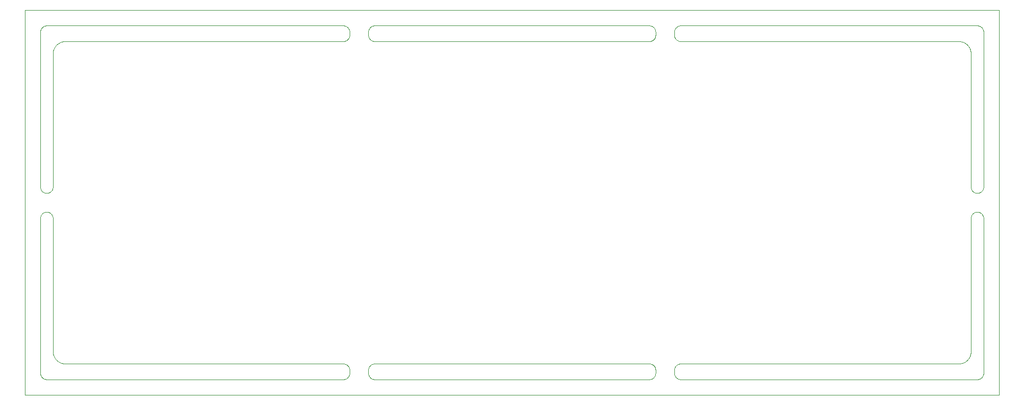
<source format=gbr>
%TF.GenerationSoftware,KiCad,Pcbnew,7.0.9*%
%TF.CreationDate,2024-12-06T21:36:12-05:00*%
%TF.ProjectId,panel,70616e65-6c2e-46b6-9963-61645f706362,rev?*%
%TF.SameCoordinates,Original*%
%TF.FileFunction,Profile,NP*%
%FSLAX46Y46*%
G04 Gerber Fmt 4.6, Leading zero omitted, Abs format (unit mm)*
G04 Created by KiCad (PCBNEW 7.0.9) date 2024-12-06 21:36:12*
%MOMM*%
%LPD*%
G01*
G04 APERTURE LIST*
%TA.AperFunction,Profile*%
%ADD10C,0.100000*%
%TD*%
G04 APERTURE END LIST*
D10*
X73959714Y-52293059D02*
X74007019Y-52279968D01*
X125583333Y-77499999D02*
X125584537Y-77450931D01*
X126111936Y-22618078D02*
X126155777Y-22596010D01*
X73250000Y-48250000D02*
X73250000Y-23499999D01*
X74348018Y-52254815D02*
X74396731Y-52260823D01*
X73392271Y-48764103D02*
X73368078Y-48721397D01*
X171405843Y-77353268D02*
X171411851Y-77401981D01*
X220881958Y-25351501D02*
X220818505Y-25309682D01*
X175033982Y-76576120D02*
X175079776Y-76558455D01*
X73368078Y-52778602D02*
X73392271Y-52735896D01*
X221738138Y-74714903D02*
X221740700Y-74689704D01*
X223607728Y-48764103D02*
X223581469Y-48805570D01*
X219743666Y-25000000D02*
X175416665Y-25000000D01*
X171358210Y-23163109D02*
X171373607Y-23209714D01*
X220550223Y-76332626D02*
X220619276Y-76300898D01*
X223086890Y-52308455D02*
X223132684Y-52326120D01*
X223523010Y-22865606D02*
X223553207Y-22904300D01*
X174534745Y-78471397D02*
X174512677Y-78427555D01*
X74921559Y-48990951D02*
X74884393Y-49023010D01*
X171298588Y-77028602D02*
X171320656Y-77072444D01*
X73778602Y-78881921D02*
X73735896Y-78857728D01*
X74990951Y-48921559D02*
X74957107Y-48957107D01*
X222554908Y-49230785D02*
X222507019Y-49220031D01*
X223040285Y-22543059D02*
X223086890Y-22558455D01*
X223653989Y-52822444D02*
X223673879Y-52867315D01*
X75245184Y-53151981D02*
X75248795Y-53200931D01*
X175269935Y-22510823D02*
X175318648Y-22504815D01*
X220818505Y-25309682D02*
X220797010Y-25296284D01*
X171320656Y-78427555D02*
X171298588Y-78471397D01*
X122010888Y-76596010D02*
X122054730Y-76618078D01*
X220432623Y-25120398D02*
X220360713Y-25095818D01*
X220797010Y-25296284D02*
X220731521Y-25257733D01*
X222367315Y-49173879D02*
X222322444Y-49153989D01*
X122441062Y-22985896D02*
X122465254Y-23028602D01*
X171012366Y-78803207D02*
X170972237Y-78831469D01*
X222009048Y-52578440D02*
X222042892Y-52542892D01*
X222194429Y-52418530D02*
X222235896Y-52392271D01*
X223384393Y-52476989D02*
X223421559Y-52509048D01*
X76202989Y-76203715D02*
X76268478Y-76242266D01*
X125876226Y-24707107D02*
X125842381Y-24671559D01*
X221661763Y-26413453D02*
X221654181Y-26389286D01*
X73694429Y-78831469D02*
X73654300Y-78803207D01*
X75191544Y-52913109D02*
X75206940Y-52959714D01*
X126436602Y-78989176D02*
X126388242Y-78980785D01*
X220902747Y-76134028D02*
X220964000Y-76089049D01*
X122290440Y-76792892D02*
X122324284Y-76828440D01*
X122324284Y-22828440D02*
X122356344Y-22865606D01*
X76290624Y-76254558D02*
X76357982Y-76289743D01*
X73293059Y-52959714D02*
X73308455Y-52913109D01*
X170888063Y-78881921D02*
X170844222Y-78903989D01*
X74007019Y-49220031D02*
X73959714Y-49206940D01*
X221769214Y-53054908D02*
X221779968Y-53007019D01*
X73654300Y-78803207D02*
X73615606Y-78773010D01*
X222278602Y-52368078D02*
X222322444Y-52346010D01*
X125911774Y-24740951D02*
X125876226Y-24707107D01*
X75053207Y-52654300D02*
X75081469Y-52694429D01*
X223221397Y-49131921D02*
X223177555Y-49153989D01*
X223739176Y-53103268D02*
X223745184Y-53151981D01*
X223653989Y-23072444D02*
X223673879Y-23117315D01*
X223706940Y-52959714D02*
X223720031Y-53007019D01*
X73778602Y-52368078D02*
X73822444Y-52346010D01*
X174585196Y-22944429D02*
X174613458Y-22904300D01*
X122524877Y-78336890D02*
X122507212Y-78382684D01*
X220902747Y-25365971D02*
X220881958Y-25351501D01*
X220642017Y-25210256D02*
X220619276Y-25199101D01*
X175367598Y-76501204D02*
X175416665Y-76500000D01*
X175367598Y-22501204D02*
X175416665Y-22500000D01*
X223177555Y-78903989D02*
X223132684Y-78923879D01*
X75288705Y-26609872D02*
X75275298Y-26684674D01*
X75546284Y-25952989D02*
X75507733Y-26018478D01*
X125659453Y-24382684D02*
X125641789Y-24336890D01*
X75863108Y-75940627D02*
X75881466Y-75958078D01*
X73308455Y-23163109D02*
X73326120Y-23117315D01*
X122054730Y-22618078D02*
X122097436Y-22642271D01*
X121966017Y-22576120D02*
X122010888Y-22596010D01*
X171189677Y-22865606D02*
X171219874Y-22904300D01*
X75259299Y-26810295D02*
X75253528Y-26886069D01*
X221440317Y-25931494D02*
X221398498Y-25868041D01*
X223040285Y-52293059D02*
X223086890Y-52308455D01*
X125948939Y-76726989D02*
X125987633Y-76696792D01*
X122179033Y-24803207D02*
X122138904Y-24831469D01*
X73778602Y-49131921D02*
X73735896Y-49107728D01*
X126069230Y-78857728D02*
X126027762Y-78831469D01*
X170416667Y-22500000D02*
X170465735Y-22501204D01*
X70762272Y-81500000D02*
X226237727Y-81500000D01*
X74805570Y-52418530D02*
X74845699Y-52446792D01*
X170465735Y-78998795D02*
X170416667Y-79000000D01*
X74540285Y-52293059D02*
X74586890Y-52308455D01*
X73279968Y-78242980D02*
X73269214Y-78195091D01*
X75253528Y-74613930D02*
X75259299Y-74689704D01*
X223706940Y-23209714D02*
X223720031Y-23257019D01*
X76357982Y-76289743D02*
X76380723Y-76300898D01*
X75345818Y-26389286D02*
X75338236Y-26413453D01*
X174421481Y-77401981D02*
X174427490Y-77353268D01*
X175079776Y-78941544D02*
X175033982Y-78923879D01*
X223720031Y-78242980D02*
X223706940Y-78290285D01*
X122324284Y-24671559D02*
X122290440Y-24707107D01*
X221661763Y-75086546D02*
X221682669Y-75013484D01*
X126027762Y-78831469D02*
X125987633Y-78803207D01*
X174417871Y-78049068D02*
X174416666Y-78000000D01*
X75248795Y-48299068D02*
X75245184Y-48348018D01*
X122507212Y-23117315D02*
X122524877Y-23163109D01*
X220709375Y-76254558D02*
X220731521Y-76242266D01*
X126583332Y-79000000D02*
X126534264Y-78998795D01*
X121730064Y-78989176D02*
X121681351Y-78995184D01*
X74632684Y-49173879D02*
X74586890Y-49191544D01*
X122524877Y-23163109D02*
X122540273Y-23209714D01*
X171405843Y-78146731D02*
X171397451Y-78195091D01*
X125584537Y-77450931D02*
X125588148Y-77401981D01*
X121583334Y-79000000D02*
X74249999Y-79000000D01*
X174421481Y-23401981D02*
X174427490Y-23353268D01*
X174417871Y-77450931D02*
X174421481Y-77401981D01*
X221118533Y-75958078D02*
X221136891Y-75940627D01*
X122564118Y-77304908D02*
X122572509Y-77353268D01*
X170930769Y-22642271D02*
X170972237Y-22668530D01*
X223745184Y-48348018D02*
X223739176Y-48396731D01*
X77256333Y-25000000D02*
X77243668Y-25000160D01*
X73509048Y-22828440D02*
X73542892Y-22792892D01*
X174459726Y-77209714D02*
X174475122Y-77163109D01*
X174492787Y-77117315D02*
X174512677Y-77072444D01*
X174745107Y-22759048D02*
X174782273Y-22726989D01*
X76097252Y-25365971D02*
X76035999Y-25410950D01*
X121826314Y-22529968D02*
X121873618Y-22543059D01*
X226249704Y-20000294D02*
X226237727Y-20000000D01*
X122578518Y-23401981D02*
X122582128Y-23450931D01*
X126155777Y-24903989D02*
X126111936Y-24881921D01*
X222896731Y-52260823D02*
X222945091Y-52269214D01*
X171274395Y-76985896D02*
X171298588Y-77028602D01*
X76859872Y-76461294D02*
X76934674Y-76474701D01*
X221868078Y-52778602D02*
X221892271Y-52735896D01*
X73509048Y-48921559D02*
X73476989Y-48884393D01*
X126200649Y-76576120D02*
X126246442Y-76558455D01*
X223653989Y-48677555D02*
X223631921Y-48721397D01*
X170844222Y-24903989D02*
X170799350Y-24923879D01*
X73542892Y-52542892D02*
X73578440Y-52509048D01*
X223730785Y-53054908D02*
X223739176Y-53103268D01*
X74249999Y-49250000D02*
X74200931Y-49248795D01*
X73735896Y-22642271D02*
X73778602Y-22618078D01*
X175367598Y-24998795D02*
X175318648Y-24995184D01*
X122217726Y-78773010D02*
X122179033Y-78803207D01*
X122487322Y-78427555D02*
X122465254Y-78471397D01*
X221754815Y-48348018D02*
X221751204Y-48299068D01*
X174492787Y-24382684D02*
X174475122Y-24336890D01*
X222992980Y-52279968D02*
X223040285Y-52293059D01*
X222749999Y-49250000D02*
X222700931Y-49248795D01*
X223748795Y-78049068D02*
X223745184Y-78098018D01*
X75250000Y-27006333D02*
X75250000Y-48250000D01*
X222078440Y-52509048D02*
X222115606Y-52476989D01*
X73418530Y-48805570D02*
X73392271Y-48764103D01*
X171405843Y-24146731D02*
X171397451Y-24195091D01*
X220731521Y-76242266D02*
X220797010Y-76203715D01*
X75507733Y-75481521D02*
X75546284Y-75547010D01*
X170753557Y-76558455D02*
X170799350Y-76576120D01*
X170799350Y-76576120D02*
X170844222Y-76596010D01*
X73542892Y-22792892D02*
X73578440Y-22759048D01*
X223706940Y-48540285D02*
X223691544Y-48586890D01*
X221749839Y-74506331D02*
X221749999Y-74493666D01*
X75379195Y-26293624D02*
X75370398Y-26317376D01*
X174745107Y-78740951D02*
X174709559Y-78707107D01*
X73368078Y-78471397D02*
X73346010Y-78427555D01*
X74445091Y-49230785D02*
X74396731Y-49239176D01*
X74921559Y-52509048D02*
X74957107Y-52542892D01*
X74957107Y-48957107D02*
X74921559Y-48990951D01*
X74103268Y-78989176D02*
X74054908Y-78980785D01*
X121920223Y-22558455D02*
X121966017Y-22576120D01*
X171012366Y-76696792D02*
X171051060Y-76726989D01*
X222459714Y-49206940D02*
X222413109Y-49191544D01*
X76639286Y-25095818D02*
X76567376Y-25120398D01*
X174558937Y-76985896D02*
X174585196Y-76944429D01*
X223607728Y-78514103D02*
X223581469Y-78555570D01*
X75559682Y-75568505D02*
X75601501Y-75631958D01*
X121826314Y-24970031D02*
X121778424Y-24980785D01*
X76357982Y-25210256D02*
X76290624Y-25245441D01*
X221118533Y-25541921D02*
X221062145Y-25490976D01*
X222115606Y-49023010D02*
X222078440Y-48990951D01*
X70750294Y-20000295D02*
X70750000Y-20012272D01*
X174416666Y-78000000D02*
X174416666Y-77499999D01*
X73735896Y-49107728D02*
X73694429Y-49081469D01*
X125751863Y-24555570D02*
X125725604Y-24514103D01*
X175318648Y-78995184D02*
X175269935Y-78989176D01*
X174512677Y-23072444D02*
X174534745Y-23028602D01*
X174745107Y-76759048D02*
X174782273Y-76726989D01*
X77161365Y-76497753D02*
X77243668Y-76499839D01*
X223653989Y-78427555D02*
X223631921Y-78471397D01*
X73346010Y-52822444D02*
X73368078Y-52778602D01*
X174427490Y-24146731D02*
X174421481Y-24098018D01*
X121920223Y-24941544D02*
X121873618Y-24956940D01*
X222042892Y-52542892D02*
X222078440Y-52509048D01*
X170844222Y-76596010D02*
X170888063Y-76618078D01*
X223305570Y-78831469D02*
X223264103Y-78857728D01*
X222507019Y-52279968D02*
X222554908Y-52269214D01*
X221339049Y-75714000D02*
X221384028Y-75652747D01*
X170514684Y-78995184D02*
X170465735Y-78998795D01*
X223673879Y-48632684D02*
X223653989Y-48677555D01*
X121873618Y-24956940D02*
X121826314Y-24970031D01*
X70762272Y-20000000D02*
X70750295Y-20000294D01*
X125594156Y-78146731D02*
X125588148Y-78098018D01*
X75809372Y-25613108D02*
X75791921Y-25631466D01*
X125613302Y-23257019D02*
X125626392Y-23209714D01*
X223691544Y-78336890D02*
X223673879Y-78382684D01*
X76097252Y-76134028D02*
X76118041Y-76148498D01*
X223750000Y-48250000D02*
X223748795Y-48299068D01*
X221208078Y-75868533D02*
X221259023Y-75812145D01*
X221654181Y-75110713D02*
X221661763Y-75086546D01*
X122054730Y-78881921D02*
X122010888Y-78903989D01*
X76015969Y-25426454D02*
X75957073Y-25474478D01*
X70750000Y-20012272D02*
X70750000Y-81487727D01*
X174709559Y-22792892D02*
X174745107Y-22759048D01*
X126027762Y-22668530D02*
X126069230Y-22642271D01*
X125725604Y-24514103D02*
X125701411Y-24471397D01*
X73654300Y-52446792D02*
X73694429Y-52418530D01*
X122583333Y-77499999D02*
X122583333Y-78000000D01*
X75937854Y-25490976D02*
X75881466Y-25541921D01*
X75449101Y-75369276D02*
X75460256Y-75392017D01*
X73418530Y-22944429D02*
X73446792Y-22904300D01*
X175221575Y-76519214D02*
X175269935Y-76510823D01*
X73346010Y-48677555D02*
X73326120Y-48632684D01*
X75881466Y-25541921D02*
X75863108Y-25559372D01*
X223345699Y-78803207D02*
X223305570Y-78831469D01*
X174989111Y-22596010D02*
X175033982Y-22576120D01*
X73260823Y-23353268D02*
X73269214Y-23304908D01*
X75230785Y-48445091D02*
X75220031Y-48492980D01*
X223553207Y-52654300D02*
X223581469Y-52694429D01*
X171219874Y-24595699D02*
X171189677Y-24634393D01*
X74103268Y-52260823D02*
X74151981Y-52254815D01*
X174709559Y-24707107D02*
X174675715Y-24671559D01*
X73822444Y-49153989D02*
X73778602Y-49131921D01*
X125679343Y-24427555D02*
X125659453Y-24382684D01*
X170465735Y-76501204D02*
X170514684Y-76504815D01*
X126200649Y-24923879D02*
X126155777Y-24903989D01*
X174459726Y-78290285D02*
X174446635Y-78242980D01*
X126246442Y-24941544D02*
X126200649Y-24923879D01*
X221946792Y-52654300D02*
X221976989Y-52615606D01*
X73269214Y-78195091D02*
X73260823Y-78146731D01*
X223745184Y-23401981D02*
X223748795Y-23450931D01*
X75107728Y-48764103D02*
X75081469Y-48805570D01*
X171397451Y-77304908D02*
X171405843Y-77353268D01*
X122465254Y-78471397D02*
X122441062Y-78514103D01*
X73392271Y-78514103D02*
X73368078Y-78471397D01*
X74299068Y-52251204D02*
X74348018Y-52254815D01*
X223384393Y-22726989D02*
X223421559Y-22759048D01*
X171298588Y-23028602D02*
X171320656Y-23072444D01*
X75660950Y-75714000D02*
X75676454Y-75734030D01*
X122524877Y-24336890D02*
X122507212Y-24382684D01*
X174558937Y-78514103D02*
X174534745Y-78471397D01*
X174745107Y-24740951D02*
X174709559Y-24707107D01*
X221779968Y-48492980D02*
X221769214Y-48445091D01*
X174475122Y-77163109D02*
X174492787Y-77117315D01*
X223745184Y-78098018D02*
X223739176Y-78146731D01*
X73446792Y-78595699D02*
X73418530Y-78555570D01*
X75676454Y-25765969D02*
X75660950Y-25785999D01*
X220360713Y-25095818D02*
X220336546Y-25088236D01*
X221754815Y-53151981D02*
X221760823Y-53103268D01*
X73542892Y-48957107D02*
X73509048Y-48921559D01*
X73254815Y-48348018D02*
X73251204Y-48299068D01*
X74677555Y-49153989D02*
X74632684Y-49173879D01*
X219964903Y-76488138D02*
X220040288Y-76478537D01*
X223720031Y-48492980D02*
X223706940Y-48540285D01*
X223730785Y-23304908D02*
X223739176Y-23353268D01*
X126436602Y-76510823D02*
X126485315Y-76504815D01*
X75288705Y-74890127D02*
X75293803Y-74914937D01*
X171012366Y-24803207D02*
X170972237Y-24831469D01*
X75310982Y-74988964D02*
X75317330Y-75013484D01*
X222278602Y-49131921D02*
X222235896Y-49107728D01*
X125876226Y-76792892D02*
X125911774Y-76759048D01*
X122507212Y-24382684D02*
X122487322Y-24427555D01*
X174435881Y-77304908D02*
X174446635Y-77257019D01*
X122414803Y-76944429D02*
X122441062Y-76985896D01*
X175033982Y-24923879D02*
X174989111Y-24903989D01*
X73250000Y-53249999D02*
X73251204Y-53200931D01*
X170563397Y-78989176D02*
X170514684Y-78995184D01*
X121778424Y-78980785D02*
X121730064Y-78989176D01*
X122582128Y-23450931D02*
X122583333Y-23499999D01*
X220164937Y-76456196D02*
X220238964Y-76439017D01*
X222945091Y-49230785D02*
X222896731Y-49239176D01*
X223490951Y-78671559D02*
X223457107Y-78707107D01*
X221136891Y-25559372D02*
X221118533Y-25541921D01*
X222848018Y-22504815D02*
X222896731Y-22510823D01*
X125588148Y-77401981D02*
X125594156Y-77353268D01*
X122138904Y-78831469D02*
X122097436Y-78857728D01*
X221868078Y-48721397D02*
X221846010Y-48677555D01*
X126155777Y-76596010D02*
X126200649Y-76576120D01*
X126111936Y-78881921D02*
X126069230Y-78857728D01*
X222992980Y-49220031D02*
X222945091Y-49230785D01*
X122564118Y-78195091D02*
X122553364Y-78242980D01*
X75809372Y-75886891D02*
X75863108Y-75940627D01*
X171219874Y-78595699D02*
X171189677Y-78634393D01*
X171157618Y-76828440D02*
X171189677Y-76865606D01*
X175416665Y-22500000D02*
X222750000Y-22500000D01*
X223490951Y-22828440D02*
X223523010Y-22865606D01*
X223421559Y-52509048D02*
X223457107Y-52542892D01*
X125626392Y-78290285D02*
X125613302Y-78242980D01*
X73418530Y-78555570D02*
X73392271Y-78514103D01*
X220797010Y-76203715D02*
X220818505Y-76190317D01*
X75740976Y-75812145D02*
X75791921Y-75868533D01*
X74632684Y-52326120D02*
X74677555Y-52346010D01*
X222235896Y-49107728D02*
X222194429Y-49081469D01*
X73913109Y-52308455D02*
X73959714Y-52293059D01*
X222848018Y-52254815D02*
X222896731Y-52260823D01*
X126200649Y-78923879D02*
X126155777Y-78903989D01*
X175367598Y-78998795D02*
X175318648Y-78995184D01*
X175318648Y-24995184D02*
X175269935Y-24989176D01*
X170972237Y-78831469D02*
X170930769Y-78857728D01*
X221946792Y-48845699D02*
X221918530Y-48805570D01*
X126155777Y-22596010D02*
X126200649Y-22576120D01*
X170465735Y-22501204D02*
X170514684Y-22504815D01*
X122097436Y-22642271D02*
X122138904Y-22668530D01*
X222700931Y-52251204D02*
X222749999Y-52250000D01*
X170659647Y-76529968D02*
X170706952Y-76543059D01*
X171123773Y-76792892D02*
X171157618Y-76828440D01*
X75460256Y-26107982D02*
X75449101Y-26130723D01*
X121681351Y-78995184D02*
X121632401Y-78998795D01*
X125588148Y-78098018D02*
X125584537Y-78049068D01*
X171123773Y-22792892D02*
X171157618Y-22828440D01*
X223739176Y-48396731D02*
X223730785Y-48445091D01*
X170844222Y-78903989D02*
X170799350Y-78923879D01*
X223523010Y-52615606D02*
X223553207Y-52654300D01*
X171340546Y-24382684D02*
X171320656Y-24427555D01*
X221550898Y-26130723D02*
X221539743Y-26107982D01*
X220140127Y-25038705D02*
X220065325Y-25025298D01*
X223457107Y-78707107D02*
X223421559Y-78740951D01*
X174820966Y-76696792D02*
X174861095Y-76668530D01*
X76663453Y-76411763D02*
X76736515Y-76432669D01*
X74677555Y-52346010D02*
X74721397Y-52368078D01*
X75937854Y-76009023D02*
X75957073Y-76025521D01*
X170465735Y-24998795D02*
X170416667Y-25000000D01*
X171386697Y-23257019D02*
X171397451Y-23304908D01*
X170611757Y-22519214D02*
X170659647Y-22529968D01*
X221779968Y-53007019D02*
X221793059Y-52959714D01*
X170416667Y-25000000D02*
X126583332Y-25000000D01*
X223523010Y-48884393D02*
X223490951Y-48921559D01*
X222700931Y-49248795D02*
X222651981Y-49245184D01*
X171386697Y-24242980D02*
X171373607Y-24290285D01*
X75546284Y-75547010D02*
X75559682Y-75568505D01*
X171416666Y-78000000D02*
X171415462Y-78049068D01*
X223673879Y-23117315D02*
X223691544Y-23163109D01*
X74445091Y-52269214D02*
X74492980Y-52279968D01*
X174643655Y-76865606D02*
X174675715Y-76828440D01*
X125679343Y-23072444D02*
X125701411Y-23028602D01*
X221453715Y-25952989D02*
X221440317Y-25931494D01*
X223691544Y-48586890D02*
X223673879Y-48632684D01*
X223384393Y-49023010D02*
X223345699Y-49053207D01*
X74845699Y-49053207D02*
X74805570Y-49081469D01*
X122054730Y-24881921D02*
X122010888Y-24903989D01*
X125701411Y-23028602D02*
X125725604Y-22985896D01*
X73654300Y-22696792D02*
X73694429Y-22668530D01*
X221629601Y-26317376D02*
X221620804Y-26293624D01*
X175079776Y-22558455D02*
X175126381Y-22543059D01*
X122010888Y-22596010D02*
X122054730Y-22618078D01*
X222507019Y-49220031D02*
X222459714Y-49206940D01*
X75253528Y-26886069D02*
X75252246Y-26911365D01*
X74007019Y-22529968D02*
X74054908Y-22519214D01*
X121873618Y-22543059D02*
X121920223Y-22558455D01*
X74845699Y-52446792D02*
X74884393Y-52476989D01*
X174512677Y-77072444D02*
X174534745Y-77028602D01*
X121920223Y-78941544D02*
X121873618Y-78956940D01*
X73251204Y-53200931D02*
X73254815Y-53151981D01*
X174820966Y-78803207D02*
X174782273Y-78773010D01*
X221793059Y-48540285D02*
X221779968Y-48492980D01*
X76934674Y-76474701D02*
X76959711Y-76478537D01*
X73654300Y-49053207D02*
X73615606Y-49023010D01*
X222322444Y-52346010D02*
X222367315Y-52326120D01*
X170753557Y-24941544D02*
X170706952Y-24956940D01*
X73254815Y-53151981D02*
X73260823Y-53103268D01*
X222945091Y-78980785D02*
X222896731Y-78989176D01*
X125842381Y-22828440D02*
X125876226Y-22792892D01*
X221728537Y-26709711D02*
X221724701Y-26684674D01*
X221892271Y-48764103D02*
X221868078Y-48721397D01*
X122414803Y-24555570D02*
X122386541Y-24595699D01*
X73867315Y-49173879D02*
X73822444Y-49153989D01*
X75660950Y-25785999D02*
X75615971Y-25847252D01*
X223631921Y-52778602D02*
X223653989Y-52822444D01*
X125613302Y-77257019D02*
X125626392Y-77209714D01*
X222750000Y-52250000D02*
X222799068Y-52251204D01*
X125842381Y-24671559D02*
X125810322Y-24634393D01*
X174643655Y-78634393D02*
X174613458Y-78595699D01*
X73913109Y-22558455D02*
X73959714Y-22543059D01*
X126069230Y-22642271D02*
X126111936Y-22618078D01*
X73293059Y-23209714D02*
X73308455Y-23163109D01*
X125701411Y-78471397D02*
X125679343Y-78427555D01*
X73822444Y-52346010D02*
X73867315Y-52326120D01*
X221892271Y-52735896D02*
X221918530Y-52694429D01*
X171373607Y-78290285D02*
X171358210Y-78336890D01*
X75131921Y-52778602D02*
X75153989Y-52822444D01*
X73250000Y-78000000D02*
X73250000Y-53249999D01*
X221724701Y-74815325D02*
X221728537Y-74790288D01*
X73269214Y-23304908D02*
X73279968Y-23257019D01*
X223581469Y-78555570D02*
X223553207Y-78595699D01*
X174613458Y-78595699D02*
X174585196Y-78555570D01*
X121632401Y-76501204D02*
X121681351Y-76504815D01*
X171298588Y-24471397D02*
X171274395Y-24514103D01*
X221539743Y-26107982D02*
X221504558Y-26040624D01*
X75271462Y-26709711D02*
X75261861Y-26785096D01*
X223040285Y-78956940D02*
X222992980Y-78970031D01*
X75271462Y-74790288D02*
X75275298Y-74815325D01*
X175269935Y-76510823D02*
X175318648Y-76504815D01*
X171248136Y-78555570D02*
X171219874Y-78595699D01*
X122097436Y-78857728D02*
X122054730Y-78881921D01*
X76268478Y-25257733D02*
X76202989Y-25296284D01*
X170930769Y-78857728D02*
X170888063Y-78881921D01*
X220984030Y-76073545D02*
X221042926Y-76025521D01*
X125584537Y-78049068D02*
X125583333Y-78000000D01*
X125602548Y-78195091D02*
X125594156Y-78146731D01*
X171386697Y-77257019D02*
X171397451Y-77304908D01*
X220263484Y-25067330D02*
X220238964Y-25060982D01*
X126293047Y-22543059D02*
X126340352Y-22529968D01*
X121681351Y-76504815D02*
X121730064Y-76510823D01*
X171373607Y-23209714D02*
X171386697Y-23257019D01*
X74396731Y-49239176D02*
X74348018Y-49245184D01*
X122583333Y-78000000D02*
X122582128Y-78049068D01*
X74249999Y-22500000D02*
X121583334Y-22500000D01*
X126534264Y-24998795D02*
X126485315Y-24995184D01*
X222799068Y-78998795D02*
X222750000Y-79000000D01*
X122386541Y-78595699D02*
X122356344Y-78634393D01*
X221042926Y-25474478D02*
X220984030Y-25426454D01*
X221398498Y-25868041D02*
X221384028Y-25847252D01*
X75250000Y-74493666D02*
X75250160Y-74506331D01*
X221976989Y-52615606D02*
X222009048Y-52578440D01*
X122582128Y-78049068D02*
X122578518Y-78098018D01*
X175126381Y-24956940D02*
X175079776Y-24941544D01*
X75495441Y-26040624D02*
X75460256Y-26107982D01*
X126388242Y-78980785D02*
X126340352Y-78970031D01*
X222042892Y-48957107D02*
X222009048Y-48921559D01*
X221323545Y-75734030D02*
X221339049Y-75714000D01*
X76543624Y-76370804D02*
X76567376Y-76379601D01*
X73959714Y-49206940D02*
X73913109Y-49191544D01*
X122054730Y-76618078D02*
X122097436Y-76642271D01*
X125751863Y-78555570D02*
X125725604Y-78514103D01*
X73735896Y-52392271D02*
X73778602Y-52368078D01*
X171320656Y-77072444D02*
X171340546Y-77117315D01*
X75173879Y-52867315D02*
X75191544Y-52913109D01*
X170706952Y-76543059D02*
X170753557Y-76558455D01*
X73509048Y-52578440D02*
X73542892Y-52542892D01*
X122138904Y-24831469D02*
X122097436Y-24857728D01*
X174675715Y-24671559D02*
X174643655Y-24634393D01*
X170753557Y-22558455D02*
X170799350Y-22576120D01*
X221760823Y-48396731D02*
X221754815Y-48348018D01*
X174643655Y-24634393D02*
X174613458Y-24595699D01*
X171088225Y-22759048D02*
X171123773Y-22792892D01*
X125725604Y-76985896D02*
X125751863Y-76944429D01*
X220432623Y-76379601D02*
X220456375Y-76370804D01*
X223720031Y-23257019D02*
X223730785Y-23304908D01*
X77136069Y-76496471D02*
X77161365Y-76497753D01*
X76835062Y-25043803D02*
X76761035Y-25060982D01*
X76118041Y-25351501D02*
X76097252Y-25365971D01*
X122290440Y-78707107D02*
X122254892Y-78740951D01*
X76859872Y-25038705D02*
X76835062Y-25043803D01*
X221749999Y-27006333D02*
X221749839Y-26993668D01*
X174421481Y-24098018D02*
X174417871Y-24049068D01*
X126069230Y-24857728D02*
X126027762Y-24831469D01*
X223748795Y-53200931D02*
X223750000Y-53249999D01*
X74200931Y-52251204D02*
X74249999Y-52250000D01*
X73867315Y-52326120D02*
X73913109Y-52308455D01*
X73476989Y-78634393D02*
X73446792Y-78595699D01*
X171051060Y-22726989D02*
X171088225Y-22759048D01*
X223490951Y-48921559D02*
X223457107Y-48957107D01*
X222413109Y-52308455D02*
X222459714Y-52293059D01*
X221711294Y-26609872D02*
X221706196Y-26585062D01*
X122217726Y-22726989D02*
X122254892Y-22759048D01*
X74054908Y-22519214D02*
X74103268Y-22510823D01*
X73326120Y-78382684D02*
X73308455Y-78336890D01*
X77035096Y-76488138D02*
X77060295Y-76490700D01*
X223264103Y-22642271D02*
X223305570Y-22668530D01*
X170799350Y-22576120D02*
X170844222Y-22596010D01*
X171320656Y-24427555D02*
X171298588Y-24471397D01*
X75724478Y-75792926D02*
X75740976Y-75812145D01*
X223607728Y-52735896D02*
X223631921Y-52778602D01*
X126340352Y-78970031D02*
X126293047Y-78956940D01*
X219964903Y-25011861D02*
X219939704Y-25009299D01*
X122217726Y-76726989D02*
X122254892Y-76759048D01*
X175126381Y-22543059D02*
X175173685Y-22529968D01*
X73446792Y-48845699D02*
X73418530Y-48805570D01*
X171415462Y-78049068D02*
X171411851Y-78098018D01*
X221976989Y-48884393D02*
X221946792Y-48845699D01*
X222799068Y-52251204D02*
X222848018Y-52254815D01*
X223040285Y-49206940D02*
X222992980Y-49220031D01*
X76567376Y-76379601D02*
X76639286Y-76404181D01*
X223706940Y-78290285D02*
X223691544Y-78336890D01*
X222413109Y-49191544D02*
X222367315Y-49173879D01*
X122553364Y-77257019D02*
X122564118Y-77304908D01*
X75252246Y-74588634D02*
X75253528Y-74613930D01*
X221384028Y-25847252D02*
X221339049Y-25785999D01*
X125810322Y-24634393D02*
X125780125Y-24595699D01*
X122564118Y-23304908D02*
X122572509Y-23353268D01*
X121778424Y-76519214D02*
X121826314Y-76529968D01*
X175269935Y-24989176D02*
X175221575Y-24980785D01*
X76639286Y-76404181D02*
X76663453Y-76411763D01*
X170888063Y-76618078D02*
X170930769Y-76642271D01*
X170611757Y-78980785D02*
X170563397Y-78989176D01*
X175033982Y-22576120D02*
X175079776Y-22558455D01*
X122465254Y-23028602D02*
X122487322Y-23072444D01*
X73778602Y-22618078D02*
X73822444Y-22596010D01*
X75153989Y-52822444D02*
X75173879Y-52867315D01*
X73392271Y-52735896D02*
X73418530Y-52694429D01*
X73735896Y-78857728D02*
X73694429Y-78831469D01*
X76202989Y-25296284D02*
X76181494Y-25309682D01*
X75460256Y-75392017D02*
X75495441Y-75459375D01*
X70750000Y-81487727D02*
X70750294Y-81499704D01*
X126583332Y-22500000D02*
X170416667Y-22500000D01*
X75345818Y-75110713D02*
X75370398Y-75182623D01*
X125626392Y-77209714D02*
X125641789Y-77163109D01*
X171358210Y-78336890D02*
X171340546Y-78382684D01*
X125701411Y-77028602D02*
X125725604Y-76985896D01*
X75239176Y-48396731D02*
X75230785Y-48445091D01*
X174613458Y-22904300D02*
X174643655Y-22865606D01*
X76543624Y-25129195D02*
X76473052Y-25157385D01*
X121778424Y-22519214D02*
X121826314Y-22529968D01*
X219939704Y-25009299D02*
X219863930Y-25003528D01*
X73913109Y-78941544D02*
X73867315Y-78923879D01*
X75206940Y-48540285D02*
X75191544Y-48586890D01*
X75957073Y-76025521D02*
X76015969Y-76073545D01*
X223086890Y-49191544D02*
X223040285Y-49206940D01*
X222896731Y-78989176D02*
X222848018Y-78995184D01*
X126436602Y-22510823D02*
X126485315Y-22504815D01*
X171416666Y-77499999D02*
X171416666Y-78000000D01*
X221275521Y-75792926D02*
X221323545Y-75734030D01*
X74249999Y-79000000D02*
X74200931Y-78998795D01*
X171274395Y-22985896D02*
X171298588Y-23028602D01*
X170972237Y-76668530D02*
X171012366Y-76696792D01*
X220456375Y-76370804D02*
X220526947Y-76342614D01*
X75275298Y-26684674D02*
X75271462Y-26709711D01*
X122254892Y-24740951D02*
X122217726Y-24773010D01*
X122254892Y-22759048D02*
X122290440Y-22792892D01*
X170930769Y-76642271D02*
X170972237Y-76668530D01*
X126111936Y-24881921D02*
X126069230Y-24857728D01*
X122572509Y-23353268D02*
X122578518Y-23401981D01*
X171415462Y-23450931D02*
X171416666Y-23499999D01*
X175173685Y-22529968D02*
X175221575Y-22519214D01*
X76290624Y-25245441D02*
X76268478Y-25257733D01*
X221689017Y-26511035D02*
X221682669Y-26486515D01*
X223305570Y-49081469D02*
X223264103Y-49107728D01*
X76380723Y-76300898D02*
X76449776Y-76332626D01*
X126485315Y-76504815D02*
X126534264Y-76501204D01*
X174534745Y-77028602D02*
X174558937Y-76985896D01*
X220360713Y-76404181D02*
X220432623Y-76379601D01*
X74990951Y-52578440D02*
X75023010Y-52615606D01*
X223345699Y-49053207D02*
X223305570Y-49081469D01*
X125626392Y-24290285D02*
X125613302Y-24242980D01*
X171189677Y-78634393D02*
X171157618Y-78671559D01*
X221682669Y-26486515D02*
X221661763Y-26413453D01*
X74250000Y-52250000D02*
X74299068Y-52251204D01*
X75601501Y-25868041D02*
X75559682Y-25931494D01*
X174945269Y-24881921D02*
X174902563Y-24857728D01*
X221259023Y-75812145D02*
X221275521Y-75792926D01*
X222603268Y-49239176D02*
X222554908Y-49230785D01*
X171358210Y-77163109D02*
X171373607Y-77209714D01*
X221826120Y-48632684D02*
X221808455Y-48586890D01*
X122010888Y-78903989D02*
X121966017Y-78923879D01*
X125588148Y-23401981D02*
X125594156Y-23353268D01*
X73251204Y-78049068D02*
X73250000Y-78000000D01*
X174861095Y-22668530D02*
X174902563Y-22642271D01*
X126027762Y-24831469D02*
X125987633Y-24803207D01*
X174416666Y-23499999D02*
X174417871Y-23450931D01*
X175221575Y-24980785D02*
X175173685Y-24970031D01*
X75250000Y-53249999D02*
X75250000Y-74493666D01*
X170659647Y-22529968D02*
X170706952Y-22543059D01*
X223221397Y-52368078D02*
X223264103Y-52392271D01*
X220065325Y-25025298D02*
X220040288Y-25021462D01*
X221751204Y-48299068D02*
X221750000Y-48250000D01*
X221592614Y-26223052D02*
X221582626Y-26199776D01*
X223421559Y-22759048D02*
X223457107Y-22792892D01*
X222896731Y-22510823D02*
X222945091Y-22519214D01*
X170799350Y-24923879D02*
X170753557Y-24941544D01*
X73279968Y-48492980D02*
X73269214Y-48445091D01*
X126027762Y-76668530D02*
X126069230Y-76642271D01*
X222848018Y-78995184D02*
X222799068Y-78998795D01*
X222992980Y-78970031D02*
X222945091Y-78980785D01*
X221846010Y-48677555D02*
X221826120Y-48632684D01*
X126485315Y-24995184D02*
X126436602Y-24989176D01*
X221582626Y-75300223D02*
X221592614Y-75276947D01*
X223739176Y-78146731D02*
X223730785Y-78195091D01*
X74884393Y-49023010D02*
X74845699Y-49053207D01*
X73308455Y-78336890D02*
X73293059Y-78290285D01*
X223221397Y-78881921D02*
X223177555Y-78903989D01*
X171397451Y-24195091D02*
X171386697Y-24242980D01*
X125987633Y-22696792D02*
X126027762Y-22668530D01*
X75615971Y-25847252D02*
X75601501Y-25868041D01*
X220619276Y-76300898D02*
X220642017Y-76289743D01*
X222603268Y-52260823D02*
X222651981Y-52254815D01*
X122540273Y-77209714D02*
X122553364Y-77257019D01*
X73694429Y-22668530D02*
X73735896Y-22642271D01*
X125602548Y-24195091D02*
X125594156Y-24146731D01*
X220964000Y-25410950D02*
X220902747Y-25365971D01*
X73392271Y-22985896D02*
X73418530Y-22944429D01*
X174902563Y-76642271D02*
X174945269Y-76618078D01*
X171248136Y-24555570D02*
X171219874Y-24595699D01*
X76473052Y-76342614D02*
X76543624Y-76370804D01*
X221750000Y-74493666D02*
X221750000Y-53249999D01*
X74151981Y-49245184D02*
X74103268Y-49239176D01*
X122572509Y-78146731D02*
X122564118Y-78195091D01*
X75863108Y-25559372D02*
X75809372Y-25613108D01*
X73260823Y-48396731D02*
X73254815Y-48348018D01*
X223691544Y-52913109D02*
X223706940Y-52959714D01*
X221750000Y-48250000D02*
X221750000Y-27006333D01*
X73251204Y-23450931D02*
X73254815Y-23401981D01*
X121632401Y-78998795D02*
X121583334Y-79000000D01*
X223457107Y-22792892D02*
X223490951Y-22828440D01*
X219838634Y-76497753D02*
X219863930Y-76496471D01*
X223305570Y-52418530D02*
X223345699Y-52446792D01*
X220526947Y-25157385D02*
X220456375Y-25129195D01*
X76449776Y-76332626D02*
X76473052Y-76342614D01*
X76035999Y-25410950D02*
X76015969Y-25426454D01*
X222750000Y-79000000D02*
X175416665Y-79000000D01*
X171405843Y-23353268D02*
X171411851Y-23401981D01*
X223631921Y-48721397D02*
X223607728Y-48764103D01*
X75293803Y-74914937D02*
X75310982Y-74988964D01*
X122578518Y-24098018D02*
X122572509Y-24146731D01*
X219756331Y-76499839D02*
X219838634Y-76497753D01*
X226249999Y-20012272D02*
X226249705Y-20000295D01*
X75248795Y-53200931D02*
X75250000Y-53249999D01*
X126340352Y-24970031D02*
X126293047Y-24956940D01*
X125780125Y-24595699D02*
X125751863Y-24555570D01*
X122138904Y-22668530D02*
X122179033Y-22696792D01*
X221259023Y-25687854D02*
X221208078Y-25631466D01*
X221750000Y-53249999D02*
X221751204Y-53200931D01*
X221339049Y-25785999D02*
X221323545Y-25765969D01*
X75252246Y-26911365D02*
X75250160Y-26993668D01*
X174675715Y-78671559D02*
X174643655Y-78634393D01*
X121730064Y-22510823D02*
X121778424Y-22519214D01*
X223221397Y-22618078D02*
X223264103Y-22642271D01*
X221323545Y-25765969D02*
X221275521Y-25707073D01*
X220040288Y-76478537D02*
X220065325Y-76474701D01*
X222009048Y-48921559D02*
X221976989Y-48884393D01*
X221738138Y-26785096D02*
X221728537Y-26709711D01*
X221682669Y-75013484D02*
X221689017Y-74988964D01*
X222154300Y-52446792D02*
X222194429Y-52418530D01*
X220140127Y-76461294D02*
X220164937Y-76456196D01*
X223345699Y-52446792D02*
X223384393Y-52476989D01*
X223673879Y-52867315D02*
X223691544Y-52913109D01*
X121583334Y-22500000D02*
X121632401Y-22501204D01*
X171088225Y-76759048D02*
X171123773Y-76792892D01*
X76959711Y-76478537D02*
X77035096Y-76488138D01*
X73913109Y-49191544D02*
X73867315Y-49173879D01*
X174675715Y-22828440D02*
X174709559Y-22792892D01*
X125659453Y-78382684D02*
X125641789Y-78336890D01*
X75601501Y-75631958D02*
X75615971Y-75652747D01*
X75261861Y-74714903D02*
X75271462Y-74790288D01*
X73418530Y-52694429D02*
X73446792Y-52654300D01*
X221747753Y-26911365D02*
X221746471Y-26886069D01*
X126069230Y-76642271D02*
X126111936Y-76618078D01*
X122553364Y-24242980D02*
X122540273Y-24290285D01*
X222945091Y-22519214D02*
X222992980Y-22529968D01*
X122578518Y-78098018D02*
X122572509Y-78146731D01*
X75379195Y-75206375D02*
X75407385Y-75276947D01*
X125594156Y-23353268D02*
X125602548Y-23304908D01*
X171373607Y-24290285D02*
X171358210Y-24336890D01*
X125987633Y-24803207D02*
X125948939Y-24773010D01*
X222896731Y-49239176D02*
X222848018Y-49245184D01*
X75191544Y-48586890D02*
X75173879Y-48632684D01*
X174446635Y-77257019D02*
X174459726Y-77209714D01*
X121826314Y-76529968D02*
X121873618Y-76543059D01*
X171157618Y-78671559D02*
X171123773Y-78707107D01*
X122487322Y-24427555D02*
X122465254Y-24471397D01*
X175416665Y-79000000D02*
X175367598Y-78998795D01*
X174475122Y-23163109D02*
X174492787Y-23117315D01*
X126534264Y-22501204D02*
X126583332Y-22500000D01*
X226250000Y-81487727D02*
X226250000Y-20012272D01*
X171189677Y-24634393D02*
X171157618Y-24671559D01*
X174435881Y-24195091D02*
X174427490Y-24146731D01*
X170888063Y-22618078D02*
X170930769Y-22642271D01*
X121681351Y-22504815D02*
X121730064Y-22510823D01*
X73822444Y-22596010D02*
X73867315Y-22576120D01*
X223264103Y-78857728D02*
X223221397Y-78881921D01*
X74054908Y-78980785D02*
X74007019Y-78970031D01*
X73308455Y-52913109D02*
X73326120Y-52867315D01*
X175173685Y-78970031D02*
X175126381Y-78956940D01*
X122582128Y-77450931D02*
X122583333Y-77499999D01*
X223421559Y-48990951D02*
X223384393Y-49023010D01*
X221136891Y-75940627D02*
X221190627Y-75886891D01*
X221793059Y-52959714D02*
X221808455Y-52913109D01*
X125810322Y-22865606D02*
X125842381Y-22828440D01*
X76015969Y-76073545D02*
X76035999Y-76089049D01*
X126293047Y-76543059D02*
X126340352Y-76529968D01*
X174613458Y-76904300D02*
X174643655Y-76865606D01*
X75338236Y-75086546D02*
X75345818Y-75110713D01*
X221504558Y-75459375D02*
X221539743Y-75392017D01*
X73476989Y-48884393D02*
X73446792Y-48845699D01*
X73269214Y-48445091D02*
X73260823Y-48396731D01*
X122553364Y-23257019D02*
X122564118Y-23304908D01*
X220818505Y-76190317D02*
X220881958Y-76148498D01*
X174643655Y-22865606D02*
X174675715Y-22828440D01*
X174861095Y-24831469D02*
X174820966Y-24803207D01*
X171415462Y-77450931D02*
X171416666Y-77499999D01*
X226249705Y-81499704D02*
X226249999Y-81487727D01*
X75310982Y-26511035D02*
X75293803Y-26585062D01*
X171189677Y-76865606D02*
X171219874Y-76904300D01*
X222235896Y-52392271D02*
X222278602Y-52368078D01*
X223421559Y-78740951D02*
X223384393Y-78773010D01*
X171157618Y-24671559D02*
X171123773Y-24707107D01*
X174989111Y-24903989D02*
X174945269Y-24881921D01*
X73254815Y-78098018D02*
X73251204Y-78049068D01*
X220164937Y-25043803D02*
X220140127Y-25038705D01*
X221724701Y-26684674D02*
X221711294Y-26609872D01*
X171248136Y-22944429D02*
X171274395Y-22985896D01*
X171416666Y-24000000D02*
X171415462Y-24049068D01*
X125659453Y-23117315D02*
X125679343Y-23072444D01*
X122324284Y-76828440D02*
X122356344Y-76865606D01*
X174459726Y-24290285D02*
X174446635Y-24242980D01*
X73254815Y-23401981D02*
X73260823Y-23353268D01*
X221190627Y-25613108D02*
X221136891Y-25559372D01*
X223730785Y-78195091D02*
X223720031Y-78242980D01*
X75220031Y-48492980D02*
X75206940Y-48540285D01*
X73542892Y-78707107D02*
X73509048Y-78671559D01*
X75881466Y-75958078D02*
X75937854Y-76009023D01*
X126246442Y-22558455D02*
X126293047Y-22543059D01*
X122356344Y-24634393D02*
X122324284Y-24671559D01*
X221760823Y-53103268D02*
X221769214Y-53054908D01*
X174558937Y-22985896D02*
X174585196Y-22944429D01*
X73260823Y-78146731D02*
X73254815Y-78098018D01*
X75250000Y-48250000D02*
X75248795Y-48299068D01*
X174416666Y-77499999D02*
X174417871Y-77450931D01*
X122465254Y-77028602D02*
X122487322Y-77072444D01*
X170611757Y-76519214D02*
X170659647Y-76529968D01*
X126534264Y-78998795D02*
X126485315Y-78995184D01*
X219863930Y-76496471D02*
X219939704Y-76490700D01*
X125613302Y-78242980D02*
X125602548Y-78195091D01*
X223177555Y-49153989D02*
X223132684Y-49173879D01*
X73251204Y-48299068D02*
X73250000Y-48250000D01*
X125987633Y-78803207D02*
X125948939Y-78773010D01*
X171051060Y-76726989D02*
X171088225Y-76759048D01*
X174427490Y-77353268D02*
X174435881Y-77304908D01*
X174945269Y-22618078D02*
X174989111Y-22596010D01*
X174613458Y-24595699D02*
X174585196Y-24555570D01*
X125701411Y-24471397D02*
X125679343Y-24427555D01*
X77060295Y-25009299D02*
X77035096Y-25011861D01*
X221620804Y-26293624D02*
X221592614Y-26223052D01*
X125679343Y-77072444D02*
X125701411Y-77028602D01*
X220238964Y-76439017D02*
X220263484Y-76432669D01*
X74586890Y-49191544D02*
X74540285Y-49206940D01*
X75407385Y-26223052D02*
X75379195Y-26293624D01*
X125876226Y-78707107D02*
X125842381Y-78671559D01*
X223739176Y-23353268D02*
X223745184Y-23401981D01*
X170514684Y-24995184D02*
X170465735Y-24998795D01*
X75417373Y-26199776D02*
X75407385Y-26223052D01*
X122507212Y-78382684D02*
X122487322Y-78427555D01*
X221746471Y-74613930D02*
X221747753Y-74588634D01*
X221769214Y-48445091D02*
X221760823Y-48396731D01*
X171340546Y-77117315D02*
X171358210Y-77163109D01*
X77060295Y-76490700D02*
X77136069Y-76496471D01*
X221042926Y-76025521D02*
X221062145Y-76009023D01*
X121583334Y-25000000D02*
X77256333Y-25000000D01*
X126485315Y-78995184D02*
X126436602Y-78989176D01*
X174534745Y-23028602D02*
X174558937Y-22985896D01*
X125948939Y-22726989D02*
X125987633Y-22696792D01*
X75081469Y-48805570D02*
X75053207Y-48845699D01*
X74054908Y-52269214D02*
X74103268Y-52260823D01*
X175173685Y-24970031D02*
X175126381Y-24956940D01*
X125751863Y-76944429D02*
X125780125Y-76904300D01*
X73615606Y-78773010D02*
X73578440Y-78740951D01*
X125594156Y-24146731D02*
X125588148Y-24098018D01*
X175221575Y-78980785D02*
X175173685Y-78970031D01*
X171274395Y-24514103D02*
X171248136Y-24555570D01*
X122572509Y-24146731D02*
X122564118Y-24195091D01*
X76663453Y-25088236D02*
X76639286Y-25095818D01*
X74492980Y-49220031D02*
X74445091Y-49230785D01*
X126293047Y-78956940D02*
X126246442Y-78941544D01*
X226237727Y-20000000D02*
X70762272Y-20000000D01*
X74151981Y-78995184D02*
X74103268Y-78989176D01*
X171274395Y-78514103D02*
X171248136Y-78555570D01*
X220964000Y-76089049D02*
X220984030Y-76073545D01*
X221654181Y-26389286D02*
X221629601Y-26317376D01*
X223581469Y-52694429D02*
X223607728Y-52735896D01*
X125780125Y-22904300D02*
X125810322Y-22865606D01*
X122217726Y-24773010D02*
X122179033Y-24803207D01*
X171411851Y-23401981D02*
X171415462Y-23450931D01*
X174435881Y-23304908D02*
X174446635Y-23257019D01*
X125583333Y-24000000D02*
X125583333Y-23499999D01*
X76473052Y-25157385D02*
X76449776Y-25167373D01*
X223750000Y-23499999D02*
X223750000Y-48250000D01*
X121632401Y-24998795D02*
X121583334Y-25000000D01*
X219756331Y-25000160D02*
X219743666Y-25000000D01*
X122507212Y-77117315D02*
X122524877Y-77163109D01*
X122097436Y-24857728D02*
X122054730Y-24881921D01*
X221918530Y-52694429D02*
X221946792Y-52654300D01*
X126340352Y-22529968D02*
X126388242Y-22519214D01*
X221440317Y-75568505D02*
X221453715Y-75547010D01*
X223631921Y-23028602D02*
X223653989Y-23072444D01*
X126388242Y-76519214D02*
X126436602Y-76510823D01*
X174989111Y-78903989D02*
X174945269Y-78881921D01*
X125583333Y-23499999D02*
X125584537Y-23450931D01*
X75259299Y-74689704D02*
X75261861Y-74714903D01*
X122386541Y-76904300D02*
X122414803Y-76944429D01*
X121966017Y-78923879D02*
X121920223Y-78941544D01*
X223581469Y-48805570D02*
X223553207Y-48845699D01*
X220642017Y-76289743D02*
X220709375Y-76254558D01*
X170972237Y-22668530D02*
X171012366Y-22696792D01*
X76380723Y-25199101D02*
X76357982Y-25210256D01*
X125842381Y-76828440D02*
X125876226Y-76792892D01*
X171340546Y-23117315D02*
X171358210Y-23163109D01*
X221740700Y-74689704D02*
X221746471Y-74613930D01*
X171123773Y-78707107D02*
X171088225Y-78740951D01*
X73446792Y-52654300D02*
X73476989Y-52615606D01*
X221749839Y-26993668D02*
X221747753Y-26911365D01*
X73578440Y-48990951D02*
X73542892Y-48957107D01*
X223086890Y-22558455D02*
X223132684Y-22576120D01*
X171386697Y-78242980D02*
X171373607Y-78290285D01*
X125725604Y-22985896D02*
X125751863Y-22944429D01*
X74764103Y-49107728D02*
X74721397Y-49131921D01*
X174902563Y-22642271D02*
X174945269Y-22618078D01*
X74586890Y-52308455D02*
X74632684Y-52326120D01*
X74957107Y-52542892D02*
X74990951Y-52578440D01*
X76761035Y-76439017D02*
X76835062Y-76456196D01*
X221706196Y-74914937D02*
X221711294Y-74890127D01*
X220065325Y-76474701D02*
X220140127Y-76461294D01*
X223457107Y-52542892D02*
X223490951Y-52578440D01*
X73959714Y-22543059D02*
X74007019Y-22529968D01*
X223177555Y-22596010D02*
X223221397Y-22618078D01*
X170611757Y-24980785D02*
X170563397Y-24989176D01*
X75724478Y-25707073D02*
X75676454Y-25765969D01*
X221740700Y-26810295D02*
X221738138Y-26785096D01*
X222078440Y-48990951D02*
X222042892Y-48957107D01*
X75173879Y-48632684D02*
X75153989Y-48677555D01*
X125987633Y-76696792D02*
X126027762Y-76668530D01*
X171373607Y-77209714D02*
X171386697Y-77257019D01*
X126485315Y-22504815D02*
X126534264Y-22501204D01*
X223553207Y-22904300D02*
X223581469Y-22944429D01*
X220336546Y-25088236D02*
X220263484Y-25067330D01*
X174782273Y-76726989D02*
X174820966Y-76696792D01*
X73346010Y-23072444D02*
X73368078Y-23028602D01*
X125588148Y-24098018D02*
X125584537Y-24049068D01*
X219838634Y-25002246D02*
X219756331Y-25000160D01*
X171088225Y-24740951D02*
X171051060Y-24773010D01*
X223631921Y-78471397D02*
X223607728Y-78514103D01*
X174820966Y-22696792D02*
X174861095Y-22668530D01*
X122356344Y-76865606D02*
X122386541Y-76904300D01*
X222651981Y-49245184D02*
X222603268Y-49239176D01*
X223132684Y-78923879D02*
X223086890Y-78941544D01*
X122138904Y-76668530D02*
X122179033Y-76696792D01*
X221808455Y-52913109D02*
X221826120Y-52867315D01*
X74200931Y-78998795D02*
X74151981Y-78995184D01*
X126436602Y-24989176D02*
X126388242Y-24980785D01*
X76118041Y-76148498D02*
X76181494Y-76190317D01*
X221689017Y-74988964D02*
X221706196Y-74914937D01*
X221592614Y-75276947D02*
X221620804Y-75206375D01*
X121632401Y-22501204D02*
X121681351Y-22504815D01*
X74200931Y-22501204D02*
X74249999Y-22500000D01*
X122582128Y-24049068D02*
X122578518Y-24098018D01*
X75417373Y-75300223D02*
X75449101Y-75369276D01*
X75559682Y-25931494D02*
X75546284Y-25952989D01*
X170514684Y-76504815D02*
X170563397Y-76510823D01*
X125911774Y-76759048D02*
X125948939Y-76726989D01*
X75261861Y-26785096D02*
X75259299Y-26810295D01*
X126246442Y-76558455D02*
X126293047Y-76543059D01*
X73694429Y-49081469D02*
X73654300Y-49053207D01*
X171219874Y-22904300D02*
X171248136Y-22944429D01*
X174446635Y-23257019D02*
X174459726Y-23209714D01*
X223748795Y-23450931D02*
X223750000Y-23499999D01*
X171397451Y-23304908D02*
X171405843Y-23353268D01*
X122290440Y-22792892D02*
X122324284Y-22828440D01*
X73694429Y-52418530D02*
X73735896Y-52392271D01*
X125626392Y-23209714D02*
X125641789Y-23163109D01*
X223345699Y-22696792D02*
X223384393Y-22726989D01*
X126155777Y-78903989D02*
X126111936Y-78881921D01*
X174945269Y-76618078D02*
X174989111Y-76596010D01*
X170706952Y-22543059D02*
X170753557Y-22558455D01*
X171320656Y-23072444D02*
X171340546Y-23117315D01*
X171340546Y-78382684D02*
X171320656Y-78427555D01*
X75245184Y-48348018D02*
X75239176Y-48396731D01*
X122553364Y-78242980D02*
X122540273Y-78290285D01*
X125911774Y-22759048D02*
X125948939Y-22726989D01*
X125876226Y-22792892D02*
X125911774Y-22759048D01*
X174861095Y-76668530D02*
X174902563Y-76642271D01*
X174475122Y-24336890D02*
X174459726Y-24290285D01*
X223264103Y-52392271D02*
X223305570Y-52418530D01*
X174989111Y-76596010D02*
X175033982Y-76576120D01*
X125602548Y-23304908D02*
X125613302Y-23257019D01*
X222115606Y-52476989D02*
X222154300Y-52446792D01*
X171123773Y-24707107D02*
X171088225Y-24740951D01*
X221582626Y-26199776D02*
X221550898Y-26130723D01*
X75317330Y-26486515D02*
X75310982Y-26511035D01*
X77161365Y-25002246D02*
X77136069Y-25003528D01*
X75275298Y-74815325D02*
X75288705Y-74890127D01*
X171411851Y-77401981D02*
X171415462Y-77450931D01*
X76835062Y-76456196D02*
X76859872Y-76461294D01*
X126246442Y-78941544D02*
X126200649Y-78923879D01*
X221384028Y-75652747D02*
X221398498Y-75631958D01*
X174782273Y-78773010D02*
X174745107Y-78740951D01*
X170753557Y-78941544D02*
X170706952Y-78956940D01*
X223748795Y-48299068D02*
X223745184Y-48348018D01*
X174585196Y-24555570D02*
X174558937Y-24514103D01*
X74721397Y-49131921D02*
X74677555Y-49153989D01*
X75615971Y-75652747D02*
X75660950Y-75714000D01*
X122487322Y-77072444D02*
X122507212Y-77117315D01*
X122254892Y-78740951D02*
X122217726Y-78773010D01*
X175173685Y-76529968D02*
X175221575Y-76519214D01*
X174945269Y-78881921D02*
X174902563Y-78857728D01*
X75293803Y-26585062D02*
X75288705Y-26609872D01*
X73346010Y-78427555D02*
X73326120Y-78382684D01*
X125641789Y-24336890D02*
X125626392Y-24290285D01*
X75053207Y-48845699D02*
X75023010Y-48884393D01*
X174492787Y-23117315D02*
X174512677Y-23072444D01*
X122010888Y-24903989D02*
X121966017Y-24923879D01*
X122254892Y-76759048D02*
X122290440Y-76792892D01*
X125780125Y-76904300D02*
X125810322Y-76865606D01*
X121873618Y-76543059D02*
X121920223Y-76558455D01*
X174417871Y-24049068D02*
X174416666Y-24000000D01*
X171358210Y-24336890D02*
X171340546Y-24382684D01*
X174861095Y-78831469D02*
X174820966Y-78803207D01*
X174512677Y-24427555D02*
X174492787Y-24382684D01*
X223553207Y-78595699D02*
X223523010Y-78634393D01*
X122564118Y-24195091D02*
X122553364Y-24242980D01*
X223177555Y-52346010D02*
X223221397Y-52368078D01*
X170416667Y-79000000D02*
X126583332Y-79000000D01*
X70750295Y-81499705D02*
X70762272Y-81499999D01*
X125594156Y-77353268D02*
X125602548Y-77304908D01*
X125725604Y-78514103D02*
X125701411Y-78471397D01*
X73476989Y-22865606D02*
X73509048Y-22828440D01*
X171219874Y-76904300D02*
X171248136Y-76944429D01*
X222848018Y-49245184D02*
X222799068Y-49248795D01*
X221492266Y-75481521D02*
X221504558Y-75459375D01*
X221275521Y-25707073D02*
X221259023Y-25687854D01*
X121730064Y-24989176D02*
X121681351Y-24995184D01*
X75250160Y-74506331D02*
X75252246Y-74588634D01*
X223553207Y-48845699D02*
X223523010Y-48884393D01*
X77136069Y-25003528D02*
X77060295Y-25009299D01*
X170706952Y-24956940D02*
X170659647Y-24970031D01*
X174459726Y-23209714D02*
X174475122Y-23163109D01*
X126111936Y-76618078D02*
X126155777Y-76596010D01*
X122572509Y-77353268D02*
X122578518Y-77401981D01*
X221062145Y-25490976D02*
X221042926Y-25474478D01*
X221504558Y-26040624D02*
X221492266Y-26018478D01*
X125584537Y-24049068D02*
X125583333Y-24000000D01*
X174427490Y-23353268D02*
X174435881Y-23304908D01*
X171157618Y-22828440D02*
X171189677Y-22865606D01*
X75370398Y-26317376D02*
X75345818Y-26389286D01*
X75676454Y-75734030D02*
X75724478Y-75792926D01*
X73308455Y-48586890D02*
X73293059Y-48540285D01*
X170659647Y-78970031D02*
X170611757Y-78980785D01*
X219743666Y-76499999D02*
X219756331Y-76499839D01*
X175126381Y-76543059D02*
X175173685Y-76529968D01*
X122524877Y-77163109D02*
X122540273Y-77209714D01*
X76736515Y-25067330D02*
X76663453Y-25088236D01*
X126293047Y-24956940D02*
X126246442Y-24941544D01*
X121966017Y-24923879D02*
X121920223Y-24941544D01*
X125641789Y-78336890D02*
X125626392Y-78290285D01*
X121873618Y-78956940D02*
X121826314Y-78970031D01*
X221208078Y-25631466D02*
X221190627Y-25613108D01*
X121583334Y-76500000D02*
X121632401Y-76501204D01*
X73509048Y-78671559D02*
X73476989Y-78634393D01*
X75407385Y-75276947D02*
X75417373Y-75300223D01*
X222322444Y-49153989D02*
X222278602Y-49131921D01*
X223730785Y-48445091D02*
X223720031Y-48492980D01*
X74007019Y-78970031D02*
X73959714Y-78956940D01*
X223132684Y-22576120D02*
X223177555Y-22596010D01*
X73326120Y-23117315D02*
X73346010Y-23072444D01*
X74492980Y-52279968D02*
X74540285Y-52293059D01*
X221453715Y-75547010D02*
X221492266Y-75481521D01*
X74007019Y-52279968D02*
X74054908Y-52269214D01*
X121920223Y-76558455D02*
X121966017Y-76576120D01*
X75370398Y-75182623D02*
X75379195Y-75206375D01*
X171088225Y-78740951D02*
X171051060Y-78773010D01*
X174427490Y-78146731D02*
X174421481Y-78098018D01*
X126388242Y-22519214D02*
X126436602Y-22510823D01*
X223581469Y-22944429D02*
X223607728Y-22985896D01*
X73368078Y-23028602D02*
X73392271Y-22985896D01*
X75081469Y-52694429D02*
X75107728Y-52735896D01*
X221751204Y-53200931D02*
X221754815Y-53151981D01*
X74103268Y-22510823D02*
X74151981Y-22504815D01*
X122414803Y-22944429D02*
X122441062Y-22985896D01*
X76959711Y-25021462D02*
X76934674Y-25025298D01*
X125641789Y-77163109D02*
X125659453Y-77117315D01*
X222799068Y-22501204D02*
X222848018Y-22504815D01*
X223691544Y-23163109D02*
X223706940Y-23209714D01*
X73446792Y-22904300D02*
X73476989Y-22865606D01*
X73476989Y-52615606D02*
X73509048Y-52578440D01*
X170799350Y-78923879D02*
X170753557Y-78941544D01*
X174820966Y-24803207D02*
X174782273Y-24773010D01*
X76761035Y-25060982D02*
X76736515Y-25067330D01*
X222750000Y-22500000D02*
X222799068Y-22501204D01*
X175416665Y-25000000D02*
X175367598Y-24998795D01*
X74054908Y-49230785D02*
X74007019Y-49220031D01*
X126583332Y-25000000D02*
X126534264Y-24998795D01*
X75449101Y-26130723D02*
X75417373Y-26199776D01*
X171411851Y-78098018D02*
X171405843Y-78146731D01*
X76181494Y-76190317D02*
X76202989Y-76203715D01*
X122583333Y-23499999D02*
X122583333Y-24000000D01*
X73326120Y-48632684D02*
X73308455Y-48586890D01*
X175079776Y-76558455D02*
X175126381Y-76543059D01*
X73615606Y-49023010D02*
X73578440Y-48990951D01*
X174435881Y-78195091D02*
X174427490Y-78146731D01*
X125584537Y-23450931D02*
X125588148Y-23401981D01*
X174782273Y-22726989D02*
X174820966Y-22696792D01*
X122540273Y-78290285D02*
X122524877Y-78336890D01*
X125948939Y-78773010D02*
X125911774Y-78740951D01*
X75317330Y-75013484D02*
X75338236Y-75086546D01*
X73250000Y-23499999D02*
X73251204Y-23450931D01*
X222992980Y-22529968D02*
X223040285Y-22543059D01*
X170514684Y-22504815D02*
X170563397Y-22510823D01*
X221808455Y-48586890D02*
X221793059Y-48540285D01*
X122179033Y-76696792D02*
X122217726Y-76726989D01*
X75023010Y-52615606D02*
X75053207Y-52654300D01*
X222554908Y-52269214D02*
X222603268Y-52260823D01*
X221550898Y-75369276D02*
X221582626Y-75300223D01*
X121730064Y-76510823D02*
X121778424Y-76519214D01*
X170416667Y-76500000D02*
X170465735Y-76501204D01*
X122179033Y-78803207D02*
X122138904Y-78831469D01*
X223490951Y-52578440D02*
X223523010Y-52615606D01*
X222194429Y-49081469D02*
X222154300Y-49053207D01*
X223305570Y-22668530D02*
X223345699Y-22696792D01*
X74348018Y-49245184D02*
X74299068Y-49248795D01*
X125911774Y-78740951D02*
X125876226Y-78707107D01*
X75131921Y-48721397D02*
X75107728Y-48764103D01*
X221539743Y-75392017D02*
X221550898Y-75369276D01*
X223523010Y-78634393D02*
X223490951Y-78671559D01*
X121681351Y-24995184D02*
X121632401Y-24998795D01*
X125810322Y-78634393D02*
X125780125Y-78595699D01*
X174709559Y-78707107D02*
X174675715Y-78671559D01*
X174902563Y-24857728D02*
X174861095Y-24831469D01*
X171051060Y-24773010D02*
X171012366Y-24803207D01*
X171012366Y-22696792D02*
X171051060Y-22726989D01*
X73293059Y-78290285D02*
X73279968Y-78242980D01*
X125780125Y-78595699D02*
X125751863Y-78555570D01*
X77256333Y-76500000D02*
X121583334Y-76500000D01*
X77243668Y-25000160D02*
X77161365Y-25002246D01*
X73615606Y-52476989D02*
X73654300Y-52446792D01*
X170563397Y-24989176D02*
X170514684Y-24995184D01*
X125810322Y-76865606D02*
X125842381Y-76828440D01*
X122324284Y-78671559D02*
X122290440Y-78707107D01*
X171415462Y-24049068D02*
X171411851Y-24098018D01*
X75495441Y-75459375D02*
X75507733Y-75481521D01*
X221492266Y-26018478D02*
X221453715Y-25952989D01*
X221746471Y-26886069D02*
X221740700Y-26810295D01*
X174585196Y-76944429D02*
X174613458Y-76904300D01*
X174902563Y-78857728D02*
X174861095Y-78831469D01*
X222799068Y-49248795D02*
X222750000Y-49250000D01*
X221747753Y-74588634D02*
X221749839Y-74506331D01*
X174585196Y-78555570D02*
X174558937Y-78514103D01*
X73867315Y-78923879D02*
X73822444Y-78903989D01*
X174446635Y-78242980D02*
X174435881Y-78195091D01*
X220040288Y-25021462D02*
X219964903Y-25011861D01*
X75338236Y-26413453D02*
X75317330Y-26486515D01*
X122179033Y-22696792D02*
X122217726Y-22726989D01*
X74103268Y-49239176D02*
X74054908Y-49230785D01*
X174675715Y-76828440D02*
X174709559Y-76792892D01*
X171397451Y-78195091D02*
X171386697Y-78242980D01*
X223086890Y-78941544D02*
X223040285Y-78956940D01*
X170930769Y-24857728D02*
X170888063Y-24881921D01*
X77035096Y-25011861D02*
X76959711Y-25021462D01*
X174446635Y-24242980D02*
X174435881Y-24195091D01*
X75791921Y-25631466D02*
X75740976Y-25687854D01*
X221062145Y-76009023D02*
X221118533Y-75958078D01*
X226237727Y-81499999D02*
X226249704Y-81499705D01*
X125751863Y-22944429D02*
X125780125Y-22904300D01*
X170563397Y-76510823D02*
X170611757Y-76519214D01*
X73326120Y-52867315D02*
X73346010Y-52822444D01*
X76934674Y-25025298D02*
X76859872Y-25038705D01*
X220619276Y-25199101D02*
X220550223Y-25167373D01*
X122356344Y-78634393D02*
X122324284Y-78671559D01*
X75107728Y-52735896D02*
X75131921Y-52778602D01*
X74299068Y-49248795D02*
X74250000Y-49250000D01*
X76567376Y-25120398D02*
X76543624Y-25129195D01*
X122386541Y-22904300D02*
X122414803Y-22944429D01*
X174417871Y-23450931D02*
X174421481Y-23401981D01*
X73578440Y-22759048D02*
X73615606Y-22726989D01*
X171248136Y-76944429D02*
X171274395Y-76985896D01*
X121778424Y-24980785D02*
X121730064Y-24989176D01*
X174558937Y-24514103D02*
X174534745Y-24471397D01*
X76268478Y-76242266D02*
X76290624Y-76254558D01*
X174475122Y-78336890D02*
X174459726Y-78290285D01*
X73260823Y-53103268D02*
X73269214Y-53054908D01*
X74540285Y-49206940D02*
X74492980Y-49220031D01*
X122441062Y-78514103D02*
X122414803Y-78555570D01*
X175416665Y-76500000D02*
X219743666Y-76500000D01*
X75507733Y-26018478D02*
X75495441Y-26040624D01*
X122578518Y-77401981D02*
X122582128Y-77450931D01*
X222367315Y-52326120D02*
X222413109Y-52308455D01*
X126340352Y-76529968D02*
X126388242Y-76519214D01*
X175318648Y-22504815D02*
X175367598Y-22501204D01*
X73822444Y-78903989D02*
X73778602Y-78881921D01*
X170888063Y-24881921D02*
X170844222Y-24903989D01*
X75153989Y-48677555D02*
X75131921Y-48721397D01*
X223264103Y-49107728D02*
X223221397Y-49131921D01*
X221620804Y-75206375D02*
X221629601Y-75182623D01*
X122414803Y-78555570D02*
X122386541Y-78595699D01*
X220263484Y-76432669D02*
X220336546Y-76411763D01*
X170706952Y-78956940D02*
X170659647Y-78970031D01*
X125583333Y-78000000D02*
X125583333Y-77499999D01*
X125641789Y-23163109D02*
X125659453Y-23117315D01*
X74396731Y-52260823D02*
X74445091Y-52269214D01*
X122540273Y-24290285D02*
X122524877Y-24336890D01*
X75239176Y-53103268D02*
X75245184Y-53151981D01*
X75957073Y-25474478D02*
X75937854Y-25490976D01*
X77243668Y-76499839D02*
X77256333Y-76499999D01*
X174534745Y-24471397D02*
X174512677Y-24427555D01*
X126534264Y-76501204D02*
X126583332Y-76500000D01*
X73293059Y-48540285D02*
X73279968Y-48492980D01*
X122386541Y-24595699D02*
X122356344Y-24634393D01*
X175221575Y-22519214D02*
X175269935Y-22510823D01*
X75740976Y-25687854D02*
X75724478Y-25707073D01*
X222945091Y-52269214D02*
X222992980Y-52279968D01*
X125948939Y-24773010D02*
X125911774Y-24740951D01*
X122356344Y-22865606D02*
X122386541Y-22904300D01*
X171298588Y-78471397D02*
X171274395Y-78514103D01*
X220550223Y-25167373D02*
X220526947Y-25157385D01*
X175126381Y-78956940D02*
X175079776Y-78941544D01*
X74151981Y-22504815D02*
X74200931Y-22501204D01*
X174421481Y-78098018D02*
X174417871Y-78049068D01*
X221728537Y-74790288D02*
X221738138Y-74714903D01*
X75220031Y-53007019D02*
X75230785Y-53054908D01*
X223132684Y-49173879D02*
X223086890Y-49191544D01*
X221711294Y-74890127D02*
X221724701Y-74815325D01*
X221846010Y-52822444D02*
X221868078Y-52778602D01*
X220336546Y-76411763D02*
X220360713Y-76404181D01*
X74764103Y-52392271D02*
X74805570Y-52418530D01*
X223745184Y-53151981D02*
X223748795Y-53200931D01*
X122097436Y-76642271D02*
X122138904Y-76668530D01*
X76736515Y-76432669D02*
X76761035Y-76439017D01*
X73959714Y-78956940D02*
X73913109Y-78941544D01*
X122487322Y-23072444D02*
X122507212Y-23117315D01*
X222651981Y-52254815D02*
X222700931Y-52251204D01*
X74721397Y-52368078D02*
X74764103Y-52392271D01*
X122290440Y-24707107D02*
X122254892Y-24740951D01*
X175318648Y-76504815D02*
X175367598Y-76501204D01*
X221826120Y-52867315D02*
X221846010Y-52822444D01*
X175033982Y-78923879D02*
X174989111Y-78903989D01*
X122441062Y-76985896D02*
X122465254Y-77028602D01*
X75791921Y-75868533D02*
X75809372Y-75886891D01*
X223750000Y-53249999D02*
X223750000Y-78000000D01*
X73578440Y-78740951D02*
X73542892Y-78707107D01*
X220456375Y-25129195D02*
X220432623Y-25120398D01*
X73279968Y-53007019D02*
X73293059Y-52959714D01*
X220238964Y-25060982D02*
X220164937Y-25043803D01*
X74805570Y-49081469D02*
X74764103Y-49107728D01*
X221706196Y-26585062D02*
X221689017Y-26511035D01*
X220526947Y-76342614D02*
X220550223Y-76332626D01*
X74200931Y-49248795D02*
X74151981Y-49245184D01*
X73867315Y-22576120D02*
X73913109Y-22558455D01*
X222459714Y-52293059D02*
X222507019Y-52279968D01*
X76449776Y-25167373D02*
X76380723Y-25199101D01*
X223607728Y-22985896D02*
X223631921Y-23028602D01*
X126388242Y-24980785D02*
X126340352Y-24970031D01*
X175269935Y-78989176D02*
X175221575Y-78980785D01*
X223132684Y-52326120D02*
X223177555Y-52346010D01*
X121966017Y-76576120D02*
X122010888Y-76596010D01*
X122540273Y-23209714D02*
X122553364Y-23257019D01*
X223750000Y-78000000D02*
X223748795Y-78049068D01*
X219863930Y-25003528D02*
X219838634Y-25002246D01*
X126583332Y-76500000D02*
X170416667Y-76500000D01*
X75206940Y-52959714D02*
X75220031Y-53007019D01*
X175079776Y-24941544D02*
X175033982Y-24923879D01*
X125659453Y-77117315D02*
X125679343Y-77072444D01*
X122465254Y-24471397D02*
X122441062Y-24514103D01*
X223384393Y-78773010D02*
X223345699Y-78803207D01*
X174416666Y-24000000D02*
X174416666Y-23499999D01*
X171416666Y-23499999D02*
X171416666Y-24000000D01*
X174492787Y-78382684D02*
X174475122Y-78336890D01*
X220881958Y-76148498D02*
X220902747Y-76134028D01*
X220709375Y-25245441D02*
X220642017Y-25210256D01*
X171411851Y-24098018D02*
X171405843Y-24146731D01*
X170659647Y-24970031D02*
X170611757Y-24980785D01*
X223673879Y-78382684D02*
X223653989Y-78427555D01*
X221918530Y-48805570D02*
X221892271Y-48764103D01*
X74151981Y-52254815D02*
X74200931Y-52251204D01*
X220984030Y-25426454D02*
X220964000Y-25410950D01*
X171051060Y-78773010D02*
X171012366Y-78803207D01*
X73578440Y-52509048D02*
X73615606Y-52476989D01*
X174512677Y-78427555D02*
X174492787Y-78382684D01*
X125679343Y-78427555D02*
X125659453Y-78382684D01*
X73279968Y-23257019D02*
X73293059Y-23209714D01*
X220731521Y-25257733D02*
X220709375Y-25245441D01*
X76181494Y-25309682D02*
X76118041Y-25351501D01*
X221398498Y-75631958D02*
X221440317Y-75568505D01*
X73615606Y-22726989D02*
X73654300Y-22696792D01*
X75230785Y-53054908D02*
X75239176Y-53103268D01*
X223457107Y-48957107D02*
X223421559Y-48990951D01*
X170972237Y-24831469D02*
X170930769Y-24857728D01*
X74884393Y-52476989D02*
X74921559Y-52509048D01*
X170844222Y-22596010D02*
X170888063Y-22618078D01*
X126200649Y-22576120D02*
X126246442Y-22558455D01*
X125842381Y-78671559D02*
X125810322Y-78634393D01*
X221190627Y-75886891D02*
X221208078Y-75868533D01*
X125602548Y-77304908D02*
X125613302Y-77257019D01*
X174709559Y-76792892D02*
X174745107Y-76759048D01*
X76035999Y-76089049D02*
X76097252Y-76134028D01*
X125613302Y-24242980D02*
X125602548Y-24195091D01*
X122583333Y-24000000D02*
X122582128Y-24049068D01*
X122441062Y-24514103D02*
X122414803Y-24555570D01*
X73368078Y-48721397D02*
X73346010Y-48677555D01*
X221629601Y-75182623D02*
X221654181Y-75110713D01*
X170563397Y-22510823D02*
X170611757Y-22519214D01*
X174782273Y-24773010D02*
X174745107Y-24740951D01*
X222154300Y-49053207D02*
X222115606Y-49023010D01*
X223720031Y-53007019D02*
X223730785Y-53054908D01*
X121826314Y-78970031D02*
X121778424Y-78980785D01*
X75250160Y-26993668D02*
X75250000Y-27006333D01*
X73269214Y-53054908D02*
X73279968Y-53007019D01*
X75023010Y-48884393D02*
X74990951Y-48921559D01*
X219939704Y-76490700D02*
X219964903Y-76488138D01*
M02*

</source>
